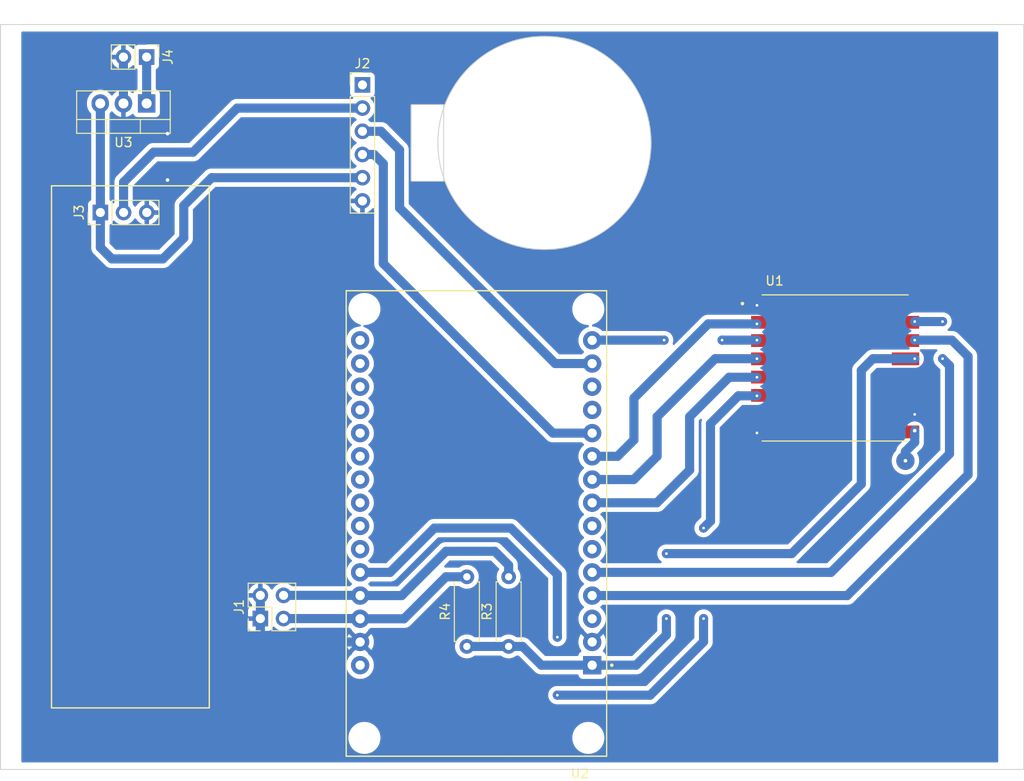
<source format=kicad_pcb>
(kicad_pcb (version 20221018) (generator pcbnew)
  (layers (0 "F.Cu" signal) (31 "B.Cu" signal) (34 "B.Paste" user) (35 "F.Paste" user) (36 "B.SilkS" user "B.Silkscreen") (37 "F.SilkS" user "F.Silkscreen") (38 "B.Mask" user) (39 "F.Mask" user) (44 "Edge.Cuts" user))
  (net 0 "")
  (net 1 "GNDREF")
  (net 2 "Net-(J1-Pin_3)")
  (net 3 "Net-(J1-Pin_4)")
  (net 5 "Net-(J2-Pin_2)")
  (net 6 "Net-(J2-Pin_3)")
  (net 7 "Net-(J2-Pin_4)")
  (net 8 "+5V")
  (net 9 "Net-(J4-Pin_1)")
  (net 10 "+3.3V")
  (net 12 "Net-(U1-DIO0)")
  (net 13 "Net-(U1-DIO1)")
  (net 16 "Net-(U1-NSS)")
  (net 17 "Net-(U1-SCK)")
  (net 18 "Net-(U1-MISO)")
  (net 21 "Net-(U1-MOSI)")
  (net 23 "Net-(U1-RESET)")
  (net 35 "unconnected-(U1-ANT-Pad9)")
  (footprint "XCVR_RFM95W-915S2:XCVR_RFM95W-915S2" (layer "F.Cu") (at 136.0735 75.692)
    (fp_text reference "U1" (at -6.63079 -9.54026) (layer "F.SilkS"))
    (fp_text value "RFM95W-915S2")
    (fp_line (start -8 -8) (end 8 -8) (stroke (width 0.127)) (layer "F.SilkS"))
    (fp_line (start -8 8) (end 8 8) (stroke (width 0.127)) (layer "F.SilkS"))
    (fp_circle (center -10.15 -7.05) (end -10.05 -7.05) (stroke (width 0.2)) (fill none) (layer "F.SilkS"))
    (pad "1" smd rect (at -7.7 -7) (size 3 1.4) (layers "F.Cu" "F.Paste" "F.Mask") (net 1 "GNDREF"))
    (pad "2" smd rect (at -7.7 -5) (size 3 1.4) (layers "F.Cu" "F.Paste" "F.Mask") (net 18 "Net-(U1-MISO)"))
    (pad "3" smd rect (at -7.7 -3) (size 3 1.4) (layers "F.Cu" "F.Paste" "F.Mask") (net 21 "Net-(U1-MOSI)"))
    (pad "4" smd rect (at -7.7 -1) (size 3 1.4) (layers "F.Cu" "F.Paste" "F.Mask") (net 17 "Net-(U1-SCK)"))
    (pad "5" smd rect (at -7.7 1) (size 3 1.4) (layers "F.Cu" "F.Paste" "F.Mask") (net 16 "Net-(U1-NSS)"))
    (pad "6" smd rect (at -7.7 3) (size 3 1.4) (layers "F.Cu" "F.Paste" "F.Mask") (net 23 "Net-(U1-RESET)"))
    (pad "7" smd rect (at -7.7 5) (size 3 1.4) (layers "F.Cu" "F.Paste" "F.Mask"))
    (pad "8" smd rect (at -7.7 7) (size 3 1.4) (layers "F.Cu" "F.Paste" "F.Mask") (net 1 "GNDREF"))
    (pad "9" smd rect (at 7.7 7) (size 3 1.4) (layers "F.Cu" "F.Paste" "F.Mask") (net 35 "unconnected-(U1-ANT-Pad9)"))
    (pad "10" smd rect (at 7.7 5) (size 3 1.4) (layers "F.Cu" "F.Paste" "F.Mask") (net 1 "GNDREF"))
    (pad "11" smd rect (at 7.7 3) (size 3 1.4) (layers "F.Cu" "F.Paste" "F.Mask"))
    (pad "12" smd rect (at 7.7 1) (size 3 1.4) (layers "F.Cu" "F.Paste" "F.Mask"))
    (pad "13" smd rect (at 7.7 -1) (size 3 1.4) (layers "F.Cu" "F.Paste" "F.Mask") (net 10 "+3.3V"))
    (pad "14" smd rect (at 7.7 -3) (size 3 1.4) (layers "F.Cu" "F.Paste" "F.Mask") (net 12 "Net-(U1-DIO0)"))
    (pad "15" smd rect (at 7.7 -5) (size 3 1.4) (layers "F.Cu" "F.Paste" "F.Mask") (net 13 "Net-(U1-DIO1)"))
    (pad "16" smd rect (at 7.7 -7) (size 3 1.4) (layers "F.Cu" "F.Paste" "F.Mask"))
  )
  (footprint "Connector_PinHeader_2.54mm:PinHeader_1x06_P2.54mm_Vertical" (layer "F.Cu") (at 84.328 44.704)
    (fp_text reference "J2" (at 0 -2.33) (layer "F.SilkS"))
    (fp_text value "Conn_01x06_Pin" hide)
    (fp_line (start -1.33 -1.33) (end 0 -1.33) (stroke (width 0.12)) (layer "F.SilkS"))
    (fp_line (start -1.33 0) (end -1.33 -1.33) (stroke (width 0.12)) (layer "F.SilkS"))
    (fp_line (start -1.33 1.27) (end -1.33 14.03) (stroke (width 0.12)) (layer "F.SilkS"))
    (fp_line (start -1.33 1.27) (end 1.33 1.27) (stroke (width 0.12)) (layer "F.SilkS"))
    (fp_line (start -1.33 14.03) (end 1.33 14.03) (stroke (width 0.12)) (layer "F.SilkS"))
    (fp_line (start 1.33 1.27) (end 1.33 14.03) (stroke (width 0.12)) (layer "F.SilkS"))
    (pad "1" thru_hole rect (at 0 0) (size 1.7 1.7) (drill 1) (layers "*.Cu" "*.Mask"))
    (pad "2" thru_hole oval (at 0 2.54) (size 1.7 1.7) (drill 1) (layers "*.Cu" "*.Mask") (net 5 "Net-(J2-Pin_2)"))
    (pad "3" thru_hole oval (at 0 5.08) (size 1.7 1.7) (drill 1) (layers "*.Cu" "*.Mask") (net 6 "Net-(J2-Pin_3)"))
    (pad "4" thru_hole oval (at 0 7.62) (size 1.7 1.7) (drill 1) (layers "*.Cu" "*.Mask") (net 7 "Net-(J2-Pin_4)"))
    (pad "5" thru_hole oval (at 0 10.16) (size 1.7 1.7) (drill 1) (layers "*.Cu" "*.Mask") (net 8 "+5V"))
    (pad "6" thru_hole oval (at 0 12.7) (size 1.7 1.7) (drill 1) (layers "*.Cu" "*.Mask") (net 1 "GNDREF"))
  )
  (footprint "Connector_PinHeader_2.54mm:PinHeader_1x02_P2.54mm_Vertical" (layer "F.Cu") (at 60.706 41.656 -90)
    (fp_text reference "J4" (at 0 -2.33 90) (layer "F.SilkS"))
    (fp_text value "Conn_01x02_Pin")
    (fp_line (start -1.33 -1.33) (end 0 -1.33) (stroke (width 0.12)) (layer "F.SilkS"))
    (fp_line (start -1.33 0) (end -1.33 -1.33) (stroke (width 0.12)) (layer "F.SilkS"))
    (fp_line (start -1.33 1.27) (end -1.33 3.87) (stroke (width 0.12)) (layer "F.SilkS"))
    (fp_line (start -1.33 1.27) (end 1.33 1.27) (stroke (width 0.12)) (layer "F.SilkS"))
    (fp_line (start -1.33 3.87) (end 1.33 3.87) (stroke (width 0.12)) (layer "F.SilkS"))
    (fp_line (start 1.33 1.27) (end 1.33 3.87) (stroke (width 0.12)) (layer "F.SilkS"))
    (pad "1" thru_hole rect (at 0 0 270) (size 1.7 1.7) (drill 1) (layers "*.Cu" "*.Mask") (net 9 "Net-(J4-Pin_1)"))
    (pad "2" thru_hole oval (at 0 2.54 270) (size 1.7 1.7) (drill 1) (layers "*.Cu" "*.Mask") (net 1 "GNDREF"))
  )
  (footprint "ESP32-DEVKIT-V1:MODULE_ESP32_DEVKIT_V1" (layer "F.Cu") (at 96.774 92.71 180)
    (fp_text reference "U2" (at -11.355 -27.36) (layer "F.SilkS"))
    (fp_text value "ESP32-DEVKIT-V1")
    (fp_line (start -14.28 -25.475) (end -3.211 -25.475) (stroke (width 0.127)) (layer "F.SilkS"))
    (fp_line (start -14.28 -25.475) (end 14.23 -25.475) (stroke (width 0.127)) (layer "F.SilkS"))
    (fp_line (start -14.28 25.475) (end -14.28 -25.475) (stroke (width 0.127)) (layer "F.SilkS"))
    (fp_line (start -14.28 25.475) (end -14.28 -25.475) (stroke (width 0.127)) (layer "F.SilkS"))
    (fp_line (start -14.28 25.475) (end -8.91 25.475) (stroke (width 0.127)) (layer "F.SilkS"))
    (fp_line (start -8.91 25.475) (end 8.78 25.475) (stroke (width 0.127)) (layer "F.SilkS"))
    (fp_line (start -3.211 -25.475) (end 3.5 -25.475) (stroke (width 0.127)) (layer "F.SilkS"))
    (fp_line (start 3.5 -25.475) (end 14.23 -25.475) (stroke (width 0.127)) (layer "F.SilkS"))
    (fp_line (start 8.78 25.475) (end 14.23 25.475) (stroke (width 0.127)) (layer "F.SilkS"))
    (fp_line (start 14.23 -25.475) (end 14.23 25.475) (stroke (width 0.127)) (layer "F.SilkS"))
    (fp_line (start 14.23 -25.475) (end 14.23 25.475) (stroke (width 0.127)) (layer "F.SilkS"))
    (fp_line (start 14.23 25.475) (end -14.28 25.475) (stroke (width 0.127)) (layer "F.SilkS"))
    (fp_circle (center -14.85 -15.515) (end -14.75 -15.515) (stroke (width 0.2)) (fill none) (layer "F.SilkS"))
    (pad "" np_thru_hole circle (at -12.28 -23.475 180) (size 3 3) (drill 3) (layers "*.Cu" "*.Mask"))
    (pad "" np_thru_hole circle (at -12.28 23.475 180) (size 3 3) (drill 3) (layers "*.Cu" "*.Mask"))
    (pad "" np_thru_hole circle (at 12.23 -23.475 180) (size 3 3) (drill 3) (layers "*.Cu" "*.Mask"))
    (pad "" np_thru_hole circle (at 12.23 23.475 180) (size 3 3) (drill 3) (layers "*.Cu" "*.Mask"))
    (pad "1" thru_hole rect (at -12.7 -15.515 180) (size 2 2) (drill 1.02) (layers "*.Cu" "*.Mask") (net 10 "+3.3V"))
    (pad "2" thru_hole circle (at -12.7 -12.975 180) (size 2 2) (drill 1.02) (layers "*.Cu" "*.Mask") (net 1 "GNDREF"))
    (pad "3" thru_hole circle (at -12.7 -10.435 180) (size 2 2) (drill 1.02) (layers "*.Cu" "*.Mask"))
    (pad "4" thru_hole circle (at -12.7 -7.895 180) (size 2 2) (drill 1.02) (layers "*.Cu" "*.Mask") (net 12 "Net-(U1-DIO0)"))
    (pad "5" thru_hole circle (at -12.7 -5.355 180) (size 2 2) (drill 1.02) (layers "*.Cu" "*.Mask") (net 13 "Net-(U1-DIO1)"))
    (pad "6" thru_hole circle (at -12.7 -2.815 180) (size 2 2) (drill 1.02) (layers "*.Cu" "*.Mask"))
    (pad "7" thru_hole circle (at -12.7 -0.275 180) (size 2 2) (drill 1.02) (layers "*.Cu" "*.Mask"))
    (pad "8" thru_hole circle (at -12.7 2.265 180) (size 2 2) (drill 1.02) (layers "*.Cu" "*.Mask") (net 16 "Net-(U1-NSS)"))
    (pad "9" thru_hole circle (at -12.7 4.805 180) (size 2 2) (drill 1.02) (layers "*.Cu" "*.Mask") (net 17 "Net-(U1-SCK)"))
    (pad "10" thru_hole circle (at -12.7 7.345 180) (size 2 2) (drill 1.02) (layers "*.Cu" "*.Mask") (net 18 "Net-(U1-MISO)"))
    (pad "11" thru_hole circle (at -12.7 9.885 180) (size 2 2) (drill 1.02) (layers "*.Cu" "*.Mask") (net 7 "Net-(J2-Pin_4)"))
    (pad "12" thru_hole circle (at -12.7 12.425 180) (size 2 2) (drill 1.02) (layers "*.Cu" "*.Mask"))
    (pad "13" thru_hole circle (at -12.7 14.965 180) (size 2 2) (drill 1.02) (layers "*.Cu" "*.Mask"))
    (pad "14" thru_hole circle (at -12.7 17.505 180) (size 2 2) (drill 1.02) (layers "*.Cu" "*.Mask") (net 6 "Net-(J2-Pin_3)"))
    (pad "15" thru_hole circle (at -12.7 20.045 180) (size 2 2) (drill 1.02) (layers "*.Cu" "*.Mask") (net 21 "Net-(U1-MOSI)"))
    (pad "16" thru_hole circle (at 12.7 20.045 180) (size 2 2) (drill 1.02) (layers "*.Cu" "*.Mask"))
    (pad "17" thru_hole circle (at 12.7 17.505 180) (size 2 2) (drill 1.02) (layers "*.Cu" "*.Mask"))
    (pad "18" thru_hole circle (at 12.7 14.965 180) (size 2 2) (drill 1.02) (layers "*.Cu" "*.Mask"))
    (pad "19" thru_hole circle (at 12.7 12.425 180) (size 2 2) (drill 1.02) (layers "*.Cu" "*.Mask"))
    (pad "20" thru_hole circle (at 12.7 9.885 180) (size 2 2) (drill 1.02) (layers "*.Cu" "*.Mask"))
    (pad "21" thru_hole circle (at 12.7 7.345 180) (size 2 2) (drill 1.02) (layers "*.Cu" "*.Mask"))
    (pad "22" thru_hole circle (at 12.7 4.805 180) (size 2 2) (drill 1.02) (layers "*.Cu" "*.Mask"))
    (pad "23" thru_hole circle (at 12.7 2.265 180) (size 2 2) (drill 1.02) (layers "*.Cu" "*.Mask"))
    (pad "24" thru_hole circle (at 12.7 -0.275 180) (size 2 2) (drill 1.02) (layers "*.Cu" "*.Mask"))
    (pad "25" thru_hole circle (at 12.7 -2.815 180) (size 2 2) (drill 1.02) (layers "*.Cu" "*.Mask"))
    (pad "26" thru_hole circle (at 12.7 -5.355 180) (size 2 2) (drill 1.02) (layers "*.Cu" "*.Mask") (net 23 "Net-(U1-RESET)"))
    (pad "27" thru_hole circle (at 12.7 -7.895 180) (size 2 2) (drill 1.02) (layers "*.Cu" "*.Mask") (net 3 "Net-(J1-Pin_4)"))
    (pad "28" thru_hole circle (at 12.7 -10.435 180) (size 2 2) (drill 1.02) (layers "*.Cu" "*.Mask") (net 2 "Net-(J1-Pin_3)"))
    (pad "29" thru_hole circle (at 12.7 -12.975 180) (size 2 2) (drill 1.02) (layers "*.Cu" "*.Mask") (net 1 "GNDREF"))
    (pad "30" thru_hole circle (at 12.7 -15.515 180) (size 2 2) (drill 1.02) (layers "*.Cu" "*.Mask"))
  )
  (footprint "Connector_PinHeader_2.54mm:PinHeader_2x02_P2.54mm_Vertical" (layer "F.Cu") (at 73.152 103.124 90)
    (fp_text reference "J1" (at 1.27 -2.33 90) (layer "F.SilkS"))
    (fp_text value "Conn_02x02_Counter_Clockwise")
    (fp_line (start -1.33 -1.33) (end 0 -1.33) (stroke (width 0.12)) (layer "F.SilkS"))
    (fp_line (start -1.33 0) (end -1.33 -1.33) (stroke (width 0.12)) (layer "F.SilkS"))
    (fp_line (start -1.33 1.27) (end -1.33 3.87) (stroke (width 0.12)) (layer "F.SilkS"))
    (fp_line (start -1.33 1.27) (end 1.27 1.27) (stroke (width 0.12)) (layer "F.SilkS"))
    (fp_line (start -1.33 3.87) (end 3.87 3.87) (stroke (width 0.12)) (layer "F.SilkS"))
    (fp_line (start 1.27 -1.33) (end 3.87 -1.33) (stroke (width 0.12)) (layer "F.SilkS"))
    (fp_line (start 1.27 1.27) (end 1.27 -1.33) (stroke (width 0.12)) (layer "F.SilkS"))
    (fp_line (start 3.87 -1.33) (end 3.87 3.87) (stroke (width 0.12)) (layer "F.SilkS"))
    (pad "1" thru_hole rect (at 0 0 90) (size 1.7 1.7) (drill 1) (layers "*.Cu" "*.Mask") (net 1 "GNDREF"))
    (pad "2" thru_hole oval (at 2.54 0 90) (size 1.7 1.7) (drill 1) (layers "*.Cu" "*.Mask") (net 1 "GNDREF"))
    (pad "3" thru_hole oval (at 0 2.54 90) (size 1.7 1.7) (drill 1) (layers "*.Cu" "*.Mask") (net 2 "Net-(J1-Pin_3)"))
    (pad "4" thru_hole oval (at 2.54 2.54 90) (size 1.7 1.7) (drill 1) (layers "*.Cu" "*.Mask") (net 3 "Net-(J1-Pin_4)"))
  )
  (footprint "Connector_PinHeader_2.54mm:PinHeader_1x03_P2.54mm_Vertical" (layer "F.Cu") (at 55.641 58.674 90)
    (fp_text reference "J3" (at 0 -2.33 90) (layer "F.SilkS"))
    (fp_text value "Conn_01x03_Pin")
    (fp_line (start -1.33 -1.33) (end 0 -1.33) (stroke (width 0.12)) (layer "F.SilkS"))
    (fp_line (start -1.33 0) (end -1.33 -1.33) (stroke (width 0.12)) (layer "F.SilkS"))
    (fp_line (start -1.33 1.27) (end -1.33 6.41) (stroke (width 0.12)) (layer "F.SilkS"))
    (fp_line (start -1.33 1.27) (end 1.33 1.27) (stroke (width 0.12)) (layer "F.SilkS"))
    (fp_line (start -1.33 6.41) (end 1.33 6.41) (stroke (width 0.12)) (layer "F.SilkS"))
    (fp_line (start 1.33 1.27) (end 1.33 6.41) (stroke (width 0.12)) (layer "F.SilkS"))
    (pad "1" thru_hole rect (at 0 0 90) (size 1.7 1.7) (drill 1) (layers "*.Cu" "*.Mask") (net 8 "+5V"))
    (pad "2" thru_hole oval (at 0 2.54 90) (size 1.7 1.7) (drill 1) (layers "*.Cu" "*.Mask") (net 5 "Net-(J2-Pin_2)"))
    (pad "3" thru_hole oval (at 0 5.08 90) (size 1.7 1.7) (drill 1) (layers "*.Cu" "*.Mask") (net 1 "GNDREF"))
  )
  (footprint "Resistor_THT:R_Axial_DIN0207_L6.3mm_D2.5mm_P7.62mm_Horizontal" (layer "F.Cu") (at 95.758 106.172 90)
    (fp_text reference "R4" (at 3.81 -2.37 90) (layer "F.SilkS"))
    (fp_text value "R")
    (fp_line (start 0.54 -1.37) (end 7.08 -1.37) (stroke (width 0.12)) (layer "F.SilkS"))
    (fp_line (start 0.54 -1.04) (end 0.54 -1.37) (stroke (width 0.12)) (layer "F.SilkS"))
    (fp_line (start 0.54 1.04) (end 0.54 1.37) (stroke (width 0.12)) (layer "F.SilkS"))
    (fp_line (start 0.54 1.37) (end 7.08 1.37) (stroke (width 0.12)) (layer "F.SilkS"))
    (fp_line (start 7.08 -1.37) (end 7.08 -1.04) (stroke (width 0.12)) (layer "F.SilkS"))
    (fp_line (start 7.08 1.37) (end 7.08 1.04) (stroke (width 0.12)) (layer "F.SilkS"))
    (pad "1" thru_hole circle (at 0 0 90) (size 1.6 1.6) (drill 0.8) (layers "*.Cu" "*.Mask") (net 10 "+3.3V"))
    (pad "2" thru_hole oval (at 7.62 0 90) (size 1.6 1.6) (drill 0.8) (layers "*.Cu" "*.Mask") (net 2 "Net-(J1-Pin_3)"))
  )
  (footprint "Resistor_THT:R_Axial_DIN0207_L6.3mm_D2.5mm_P7.62mm_Horizontal" (layer "F.Cu") (at 100.33 106.172 90)
    (fp_text reference "R3" (at 3.81 -2.37 90) (layer "F.SilkS"))
    (fp_text value "R")
    (fp_line (start 0.54 -1.37) (end 7.08 -1.37) (stroke (width 0.12)) (layer "F.SilkS"))
    (fp_line (start 0.54 -1.04) (end 0.54 -1.37) (stroke (width 0.12)) (layer "F.SilkS"))
    (fp_line (start 0.54 1.04) (end 0.54 1.37) (stroke (width 0.12)) (layer "F.SilkS"))
    (fp_line (start 0.54 1.37) (end 7.08 1.37) (stroke (width 0.12)) (layer "F.SilkS"))
    (fp_line (start 7.08 -1.37) (end 7.08 -1.04) (stroke (width 0.12)) (layer "F.SilkS"))
    (fp_line (start 7.08 1.37) (end 7.08 1.04) (stroke (width 0.12)) (layer "F.SilkS"))
    (pad "1" thru_hole circle (at 0 0 90) (size 1.6 1.6) (drill 0.8) (layers "*.Cu" "*.Mask") (net 10 "+3.3V"))
    (pad "2" thru_hole oval (at 7.62 0 90) (size 1.6 1.6) (drill 0.8) (layers "*.Cu" "*.Mask") (net 3 "Net-(J1-Pin_4)"))
  )
  (footprint "Package_TO_SOT_THT:TO-220-3_Vertical" (layer "F.Cu") (at 60.706 46.736 180)
    (fp_text reference "U3" (at 2.54 -4.27) (layer "F.SilkS"))
    (fp_text value "LM7805_TO220")
    (fp_line (start -2.58 -3.27) (end -2.58 1.371) (stroke (width 0.12)) (layer "F.SilkS"))
    (fp_line (start -2.58 -3.27) (end 7.66 -3.27) (stroke (width 0.12)) (layer "F.SilkS"))
    (fp_line (start -2.58 -1.76) (end 7.66 -1.76) (stroke (width 0.12)) (layer "F.SilkS"))
    (fp_line (start -2.58 1.371) (end 7.66 1.371) (stroke (width 0.12)) (layer "F.SilkS"))
    (fp_line (start 0.69 -3.27) (end 0.69 -1.76) (stroke (width 0.12)) (layer "F.SilkS"))
    (fp_line (start 4.391 -3.27) (end 4.391 -1.76) (stroke (width 0.12)) (layer "F.SilkS"))
    (fp_line (start 7.66 -3.27) (end 7.66 1.371) (stroke (width 0.12)) (layer "F.SilkS"))
    (pad "1" thru_hole rect (at 0 0 180) (size 1.905 2) (drill 1.1) (layers "*.Cu" "*.Mask") (net 9 "Net-(J4-Pin_1)"))
    (pad "2" thru_hole oval (at 2.54 0 180) (size 1.905 2) (drill 1.1) (layers "*.Cu" "*.Mask") (net 1 "GNDREF"))
    (pad "3" thru_hole oval (at 5.08 0 180) (size 1.905 2) (drill 1.1) (layers "*.Cu" "*.Mask") (net 8 "+5V"))
  )
  (gr_rect (start 50.292 55.753) (end 67.564 112.903) (stroke (width 0.15)) (fill none) (layer "F.SilkS"))
  (gr_rect (start 89.662 46.863) (end 93.218 55.245) (stroke (width 0.1)) (fill none) (layer "Edge.Cuts"))
  (gr_rect (start 44.704 38.1) (end 156.718 119.634) (stroke (width 0.1)) (fill none) (layer "Edge.Cuts"))
  (gr_circle (center 104.245813 51.054) (end 115.57 53.848) (stroke (width 0.1)) (fill none) (layer "Edge.Cuts"))
  (segment (start 144.78 80.772) (end 144.7 80.692) (width 1) (layer "F.Cu") (net 1))
  (segment (start 144.7 80.692) (end 143.7735 80.692) (width 1) (layer "F.Cu") (net 1))
  (segment (start 128.2615 82.804) (end 128.3735 82.692) (width 1) (layer "F.Cu") (net 1))
  (segment (start 127.508 82.804) (end 128.2615 82.804) (width 1) (layer "F.Cu") (net 1))
  (via (at 62.992 55.118) (size 0.8) (drill 0.4) (layers "F.Cu" "B.Cu") (net 1))
  (via (at 127.508 68.834) (size 1) (drill 0.3) (layers "F.Cu" "B.Cu") (net 1))
  (via (at 62.992 50.038) (size 0.8) (drill 0.4) (layers "F.Cu" "B.Cu") (net 1))
  (via (at 127.508 82.804) (size 1) (drill 0.3) (layers "F.Cu" "B.Cu") (net 1))
  (via (at 144.78 80.772) (size 1) (drill 0.3) (layers "F.Cu" "B.Cu") (net 1))
  (segment (start 73.152 105.156) (end 73.681 105.685) (width 1) (layer "B.Cu") (net 1))
  (segment (start 73.152 100.584) (end 73.152 103.124) (width 1) (layer "B.Cu") (net 1))
  (segment (start 73.152 103.124) (end 73.152 105.156) (width 1) (layer "B.Cu") (net 1))
  (segment (start 73.681 105.685) (end 84.074 105.685) (width 1) (layer "B.Cu") (net 1))
  (segment (start 58.166 41.656) (end 58.166 46.736) (width 1) (layer "B.Cu") (net 1))
  (segment (start 88.879 103.145) (end 93.472 98.552) (width 1) (layer "B.Cu") (net 2))
  (segment (start 93.472 98.552) (end 95.758 98.552) (width 1) (layer "B.Cu") (net 2))
  (segment (start 84.074 103.145) (end 88.879 103.145) (width 1) (layer "B.Cu") (net 2))
  (segment (start 84.053 103.124) (end 84.074 103.145) (width 1) (layer "B.Cu") (net 2))
  (segment (start 75.692 103.124) (end 84.053 103.124) (width 1) (layer "B.Cu") (net 2))
  (segment (start 84.074 100.605) (end 88.625 100.605) (width 1) (layer "B.Cu") (net 3))
  (segment (start 98.806 95.758) (end 100.33 97.282) (width 1) (layer "B.Cu") (net 3))
  (segment (start 75.692 100.584) (end 84.053 100.584) (width 1) (layer "B.Cu") (net 3))
  (segment (start 84.053 100.584) (end 84.074 100.605) (width 1) (layer "B.Cu") (net 3))
  (segment (start 93.472 95.758) (end 98.806 95.758) (width 1) (layer "B.Cu") (net 3))
  (segment (start 88.625 100.605) (end 93.472 95.758) (width 1) (layer "B.Cu") (net 3))
  (segment (start 100.33 97.282) (end 100.33 98.552) (width 1) (layer "B.Cu") (net 3))
  (segment (start 61.468 52.07) (end 58.181 55.357) (width 1) (layer "B.Cu") (net 5))
  (segment (start 70.612 47.244) (end 84.328 47.244) (width 1) (layer "B.Cu") (net 5))
  (segment (start 65.786 52.07) (end 61.468 52.07) (width 1) (layer "B.Cu") (net 5))
  (segment (start 65.786 52.07) (end 70.612 47.244) (width 1) (layer "B.Cu") (net 5))
  (segment (start 58.181 55.357) (end 58.181 58.674) (width 1) (layer "B.Cu") (net 5))
  (segment (start 88.392 58.166) (end 105.431 75.205) (width 1) (layer "B.Cu") (net 6))
  (segment (start 86.36 49.784) (end 88.392 51.816) (width 1) (layer "B.Cu") (net 6))
  (segment (start 84.328 49.784) (end 86.36 49.784) (width 1) (layer "B.Cu") (net 6))
  (segment (start 105.431 75.205) (end 109.474 75.205) (width 1) (layer "B.Cu") (net 6))
  (segment (start 88.392 51.816) (end 88.392 58.166) (width 1) (layer "B.Cu") (net 6))
  (segment (start 105.177 82.825) (end 86.614 64.262) (width 1) (layer "B.Cu") (net 7))
  (segment (start 109.474 82.825) (end 105.177 82.825) (width 1) (layer "B.Cu") (net 7))
  (segment (start 86.614 64.262) (end 86.614 64.008) (width 1) (layer "B.Cu") (net 7))
  (segment (start 85.598 52.324) (end 86.614 53.34) (width 1) (layer "B.Cu") (net 7))
  (segment (start 84.328 52.324) (end 85.598 52.324) (width 1) (layer "B.Cu") (net 7))
  (segment (start 86.614 53.34) (end 86.614 64.008) (width 1) (layer "B.Cu") (net 7))
  (segment (start 64.77 61.468) (end 64.77 57.912) (width 1) (layer "B.Cu") (net 8))
  (segment (start 55.641 58.674) (end 55.641 46.751) (width 1) (layer "B.Cu") (net 8))
  (segment (start 62.484 63.754) (end 64.77 61.468) (width 1) (layer "B.Cu") (net 8))
  (segment (start 84.328 54.864) (end 67.818 54.864) (width 1) (layer "B.Cu") (net 8))
  (segment (start 55.641 46.751) (end 55.626 46.736) (width 1) (layer "B.Cu") (net 8))
  (segment (start 67.818 54.864) (end 64.77 57.912) (width 1) (layer "B.Cu") (net 8))
  (segment (start 55.641 62.499) (end 56.896 63.754) (width 1) (layer "B.Cu") (net 8))
  (segment (start 56.896 63.754) (end 62.484 63.754) (width 1) (layer "B.Cu") (net 8))
  (segment (start 55.641 58.674) (end 55.641 62.499) (width 1) (layer "B.Cu") (net 8))
  (segment (start 60.706 41.656) (end 60.706 46.736) (width 1) (layer "B.Cu") (net 9))
  (segment (start 144.78 74.676) (end 144.764 74.692) (width 1) (layer "F.Cu") (net 10))
  (segment (start 144.764 74.692) (end 143.7735 74.692) (width 1) (layer "F.Cu") (net 10))
  (via (at 117.602 103.124) (size 1) (drill 0.3) (layers "F.Cu" "B.Cu") (net 10))
  (via (at 144.78 74.676) (size 1) (drill 0.3) (layers "F.Cu" "B.Cu") (net 10))
  (via (at 117.602 96.012) (size 1) (drill 0.3) (layers "F.Cu" "B.Cu") (net 10))
  (segment (start 117.602 104.902) (end 117.602 103.124) (width 1) (layer "B.Cu") (net 10))
  (segment (start 138.938 88.392) (end 131.318 96.012) (width 1) (layer "B.Cu") (net 10))
  (segment (start 109.474 108.225) (end 114.279 108.225) (width 1) (layer "B.Cu") (net 10))
  (segment (start 100.33 106.172) (end 101.854 106.172) (width 1) (layer "B.Cu") (net 10))
  (segment (start 144.78 74.676) (end 140.208 74.676) (width 1) (layer "B.Cu") (net 10))
  (segment (start 131.318 96.012) (end 117.602 96.012) (width 1) (layer "B.Cu") (net 10))
  (segment (start 114.279 108.225) (end 117.602 104.902) (width 1) (layer "B.Cu") (net 10))
  (segment (start 101.854 106.172) (end 103.907 108.225) (width 1) (layer "B.Cu") (net 10))
  (segment (start 138.938 75.946) (end 138.938 88.392) (width 1) (layer "B.Cu") (net 10))
  (segment (start 103.907 108.225) (end 109.474 108.225) (width 1) (layer "B.Cu") (net 10))
  (segment (start 95.758 106.172) (end 100.33 106.172) (width 1) (layer "B.Cu") (net 10))
  (segment (start 140.208 74.676) (end 138.938 75.946) (width 1) (layer "B.Cu") (net 10))
  (via (at 144.78 72.644) (size 1) (drill 0.3) (layers "F.Cu" "B.Cu") (net 12))
  (segment (start 150.622 87.376) (end 137.393 100.605) (width 1) (layer "B.Cu") (net 12))
  (segment (start 148.844 72.644) (end 150.622 74.422) (width 1) (layer "B.Cu") (net 12))
  (segment (start 144.78 72.644) (end 148.844 72.644) (width 1) (layer "B.Cu") (net 12))
  (segment (start 137.393 100.605) (end 109.474 100.605) (width 1) (layer "B.Cu") (net 12))
  (segment (start 150.622 74.422) (end 150.622 87.376) (width 1) (layer "B.Cu") (net 12))
  (via (at 147.828 74.676) (size 1) (drill 0.3) (layers "F.Cu" "B.Cu") (net 13))
  (via (at 144.78 70.612) (size 1) (drill 0.3) (layers "F.Cu" "B.Cu") (net 13))
  (via (at 147.828 70.612) (size 1) (drill 0.3) (layers "F.Cu" "B.Cu") (net 13))
  (segment (start 109.474 98.065) (end 135.615 98.065) (width 1) (layer "B.Cu") (net 13))
  (segment (start 148.59 85.09) (end 148.59 75.438) (width 1) (layer "B.Cu") (net 13))
  (segment (start 148.59 75.438) (end 147.828 74.676) (width 1) (layer "B.Cu") (net 13))
  (segment (start 135.615 98.065) (end 148.59 85.09) (width 1) (layer "B.Cu") (net 13))
  (segment (start 144.78 70.612) (end 147.828 70.612) (width 1) (layer "B.Cu") (net 13))
  (segment (start 128.3575 76.708) (end 128.3735 76.692) (width 1) (layer "F.Cu") (net 16))
  (via (at 127.508 76.708) (size 1) (drill 0.3) (layers "F.Cu" "B.Cu") (net 16))
  (segment (start 120.142 86.868) (end 116.565 90.445) (width 1) (layer "B.Cu") (net 16))
  (segment (start 120.142 81.026) (end 120.142 86.868) (width 1) (layer "B.Cu") (net 16))
  (segment (start 127.508 76.708) (end 124.46 76.708) (width 1) (layer "B.Cu") (net 16))
  (segment (start 124.46 76.708) (end 120.142 81.026) (width 1) (layer "B.Cu") (net 16))
  (segment (start 116.565 90.445) (end 109.474 90.445) (width 1) (layer "B.Cu") (net 16))
  (segment (start 128.3575 74.676) (end 127.508 74.676) (width 1) (layer "F.Cu") (net 17))
  (via (at 127.508 74.676) (size 1) (drill 0.3) (layers "F.Cu" "B.Cu") (net 17))
  (segment (start 116.586 85.344) (end 114.025 87.905) (width 1) (layer "B.Cu") (net 17))
  (segment (start 122.936 74.676) (end 116.586 81.026) (width 1) (layer "B.Cu") (net 17))
  (segment (start 116.586 81.026) (end 116.586 85.344) (width 1) (layer "B.Cu") (net 17))
  (segment (start 114.025 87.905) (end 109.474 87.905) (width 1) (layer "B.Cu") (net 17))
  (segment (start 127.508 74.676) (end 122.936 74.676) (width 1) (layer "B.Cu") (net 17))
  (segment (start 128.1995 70.866) (end 127.508 70.866) (width 1) (layer "F.Cu") (net 18))
  (via (at 127.508 70.866) (size 1) (drill 0.3) (layers "F.Cu" "B.Cu") (net 18))
  (segment (start 114.046 83.566) (end 112.247 85.365) (width 1) (layer "B.Cu") (net 18))
  (segment (start 122.174 70.866) (end 114.046 78.994) (width 1) (layer "B.Cu") (net 18))
  (segment (start 112.247 85.365) (end 109.474 85.365) (width 1) (layer "B.Cu") (net 18))
  (segment (start 127.508 70.866) (end 122.174 70.866) (width 1) (layer "B.Cu") (net 18))
  (segment (start 114.046 78.994) (end 114.046 83.566) (width 1) (layer "B.Cu") (net 18))
  (segment (start 128.3255 72.644) (end 127.508 72.644) (width 1) (layer "F.Cu") (net 21))
  (via (at 117.348 72.644) (size 1) (drill 0.3) (layers "F.Cu" "B.Cu") (net 21))
  (via (at 123.698 72.644) (size 1) (drill 0.3) (layers "F.Cu" "B.Cu") (net 21))
  (via (at 127.508 72.644) (size 1) (drill 0.3) (layers "F.Cu" "B.Cu") (net 21))
  (segment (start 127.508 72.644) (end 123.698 72.644) (width 1) (layer "B.Cu") (net 21))
  (segment (start 117.348 72.644) (end 109.495 72.644) (width 1) (layer "B.Cu") (net 21))
  (segment (start 109.495 72.644) (end 109.474 72.665) (width 1) (layer "B.Cu") (net 21))
  (segment (start 128.3255 78.74) (end 128.3735 78.692) (width 1) (layer "F.Cu") (net 23))
  (segment (start 127.508 78.74) (end 128.3255 78.74) (width 1) (layer "F.Cu") (net 23))
  (via (at 121.666 93.218) (size 1) (drill 0.3) (layers "F.Cu" "B.Cu") (net 23))
  (via (at 121.666 103.124) (size 1) (drill 0.3) (layers "F.Cu" "B.Cu") (net 23))
  (via (at 105.664 111.506) (size 1) (drill 0.3) (layers "F.Cu" "B.Cu") (net 23))
  (via (at 127.508 78.74) (size 1) (drill 0.3) (layers "F.Cu" "B.Cu") (net 23))
  (via (at 105.664 105.156) (size 1) (drill 0.3) (layers "F.Cu" "B.Cu") (net 23))
  (segment (start 105.664 98.298) (end 105.664 98.806) (width 1) (layer "B.Cu") (net 23))
  (segment (start 93.218 93.218) (end 100.584 93.218) (width 1) (layer "B.Cu") (net 23))
  (segment (start 87.355 98.065) (end 87.884 97.536) (width 1) (layer "B.Cu") (net 23))
  (segment (start 122.428 92.456) (end 121.666 93.218) (width 1) (layer "B.Cu") (net 23))
  (segment (start 87.884 97.536) (end 92.202 93.218) (width 1) (layer "B.Cu") (net 23))
  (segment (start 122.428 81.788) (end 122.428 92.456) (width 1) (layer "B.Cu") (net 23))
  (segment (start 104.648 97.282) (end 105.664 98.298) (width 1) (layer "B.Cu") (net 23))
  (segment (start 92.202 93.218) (end 93.218 93.218) (width 1) (layer "B.Cu") (net 23))
  (segment (start 125.476 78.74) (end 122.428 81.788) (width 1) (layer "B.Cu") (net 23))
  (segment (start 84.074 98.065) (end 87.355 98.065) (width 1) (layer "B.Cu") (net 23))
  (segment (start 100.584 93.218) (end 104.648 97.282) (width 1) (layer "B.Cu") (net 23))
  (segment (start 115.824 111.506) (end 105.664 111.506) (width 1) (layer "B.Cu") (net 23))
  (segment (start 127.508 78.74) (end 125.476 78.74) (width 1) (layer "B.Cu") (net 23))
  (segment (start 121.666 105.664) (end 115.824 111.506) (width 1) (layer "B.Cu") (net 23))
  (segment (start 121.666 103.124) (end 121.666 105.664) (width 1) (layer "B.Cu") (net 23))
  (segment (start 105.664 105.156) (end 105.664 104.902) (width 1) (layer "B.Cu") (net 23))
  (segment (start 105.664 98.806) (end 105.664 105.156) (width 1) (layer "B.Cu") (net 23))
  (via (at 143.764 85.852) (size 2) (drill 0.4) (layers "F.Cu" "B.Cu") (net 35))
  (via (at 144.78 82.55) (size 0.8) (drill 0.4) (layers "F.Cu" "B.Cu") (net 35))
  (segment (start 144.78 82.55) (end 144.78 83.82) (width 1) (layer "B.Cu") (net 35))
  (segment (start 144.78 83.82) (end 143.764 84.836) (width 1) (layer "B.Cu") (net 35))
  (segment (start 143.764 84.836) (end 143.764 85.852) (width 1) (layer "B.Cu") (net 35))
  (zone (net 1) (net_name "GNDREF") (layer "B.Cu") (connect_pads (clearance 0.5)) (min_thickness 0.25) (fill yes (thermal_gap 0.5) (thermal_bridge_width 0.5))
    (polygon (pts (xy 46.99 38.862) (xy 153.924 38.862) (xy 153.924 118.872) (xy 46.99 118.872)))
  )
)
</source>
